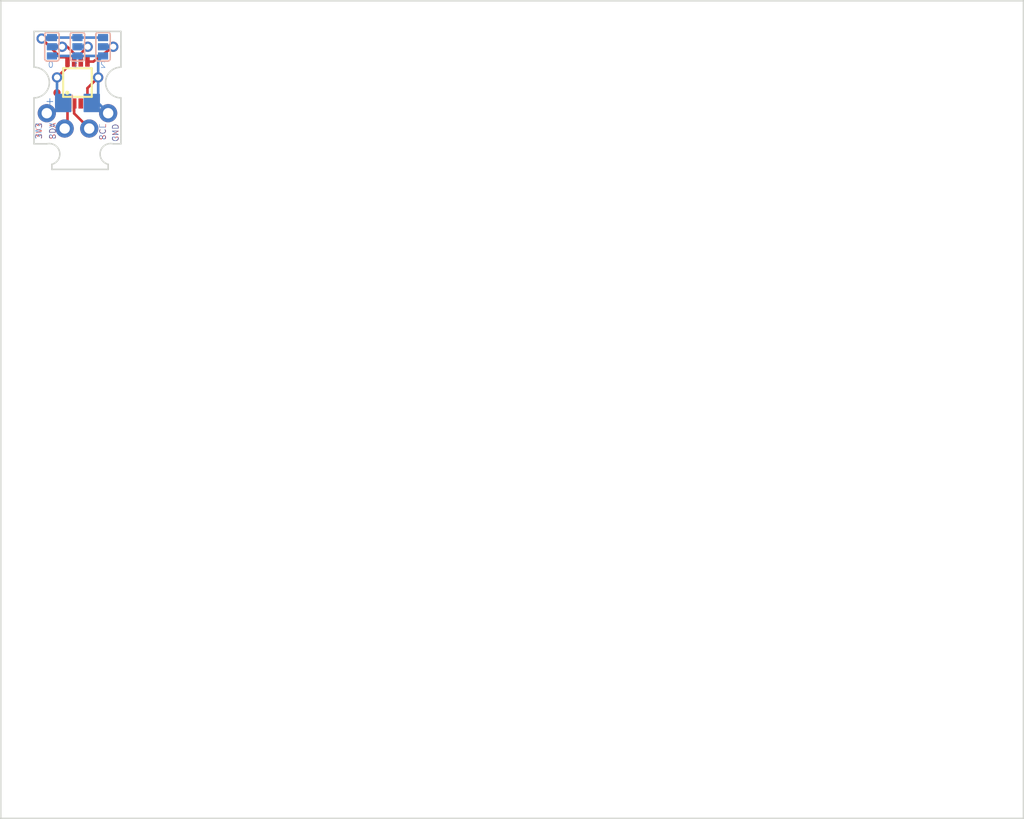
<source format=kicad_pcb>
(kicad_pcb (version 20171130) (host pcbnew 5.0.0-rc3+dfsg1-2)

  (general
    (thickness 1.6)
    (drawings 31)
    (tracks 45)
    (zones 0)
    (modules 9)
    (nets 9)
  )

  (page A4)
  (layers
    (0 Top signal)
    (31 Bottom signal)
    (32 B.Adhes user)
    (33 F.Adhes user)
    (34 B.Paste user)
    (35 F.Paste user)
    (36 B.SilkS user)
    (37 F.SilkS user)
    (38 B.Mask user)
    (39 F.Mask user)
    (40 Dwgs.User user)
    (41 Cmts.User user)
    (42 Eco1.User user)
    (43 Eco2.User user)
    (44 Edge.Cuts user)
    (45 Margin user)
    (46 B.CrtYd user)
    (47 F.CrtYd user)
    (48 B.Fab user)
    (49 F.Fab user)
  )

  (setup
    (last_trace_width 0.25)
    (trace_clearance 0.1524)
    (zone_clearance 0.508)
    (zone_45_only no)
    (trace_min 0.2)
    (segment_width 0.2)
    (edge_width 0.15)
    (via_size 0.8)
    (via_drill 0.4)
    (via_min_size 0.4)
    (via_min_drill 0.3)
    (uvia_size 0.3)
    (uvia_drill 0.1)
    (uvias_allowed no)
    (uvia_min_size 0.2)
    (uvia_min_drill 0.1)
    (pcb_text_width 0.3)
    (pcb_text_size 1.5 1.5)
    (mod_edge_width 0.15)
    (mod_text_size 1 1)
    (mod_text_width 0.15)
    (pad_size 1.524 1.524)
    (pad_drill 0.762)
    (pad_to_mask_clearance 0.2)
    (aux_axis_origin 0 0)
    (visible_elements FFFFFF7F)
    (pcbplotparams
      (layerselection 0x010fc_ffffffff)
      (usegerberextensions false)
      (usegerberattributes false)
      (usegerberadvancedattributes false)
      (creategerberjobfile false)
      (excludeedgelayer true)
      (linewidth 0.100000)
      (plotframeref false)
      (viasonmask false)
      (mode 1)
      (useauxorigin false)
      (hpglpennumber 1)
      (hpglpenspeed 20)
      (hpglpendiameter 15.000000)
      (psnegative false)
      (psa4output false)
      (plotreference true)
      (plotvalue true)
      (plotinvisibletext false)
      (padsonsilk false)
      (subtractmaskfromsilk false)
      (outputformat 1)
      (mirror false)
      (drillshape 1)
      (scaleselection 1)
      (outputdirectory ""))
  )

  (net 0 "")
  (net 1 "Net-(3V3-Pad1)")
  (net 2 "Net-(AJ0-PadCOM)")
  (net 3 "Net-(AJ1-PadCOM)")
  (net 4 "Net-(AJ2-PadCOM)")
  (net 5 "Net-(AJ0-Pad1)")
  (net 6 "Net-(TEMP1-Pad3)")
  (net 7 "Net-(SCK1-Pad1)")
  (net 8 "Net-(SDA1-Pad1)")

  (net_class Default "This is the default net class."
    (clearance 0.1524)
    (trace_width 0.25)
    (via_dia 0.8)
    (via_drill 0.4)
    (uvia_dia 0.3)
    (uvia_drill 0.1)
    (add_net "Net-(3V3-Pad1)")
    (add_net "Net-(AJ0-Pad1)")
    (add_net "Net-(AJ0-PadCOM)")
    (add_net "Net-(AJ1-PadCOM)")
    (add_net "Net-(AJ2-PadCOM)")
    (add_net "Net-(SCK1-Pad1)")
    (add_net "Net-(SDA1-Pad1)")
    (add_net "Net-(TEMP1-Pad3)")
  )

  (module i2ctemp:1X01-CLEANBIG (layer Top) (tedit 0) (tstamp 5BAB6F7D)
    (at 103.0011 76.0036)
    (path /5574B58427D53938)
    (fp_text reference 3V3 (at -1.3462 -1.8288) (layer F.SilkS) hide
      (effects (font (size 1.2065 1.2065) (thickness 0.127)) (justify left bottom))
    )
    (fp_text value PINHD-1X1CB (at -1.27 3.175) (layer F.Fab)
      (effects (font (size 1.2065 1.2065) (thickness 0.09652)) (justify left bottom))
    )
    (pad 1 thru_hole circle (at 0 0) (size 1.778 1.778) (drill 1.016) (layers *.Cu *.Mask)
      (net 1 "Net-(3V3-Pad1)") (solder_mask_margin 0.1524))
  )

  (module i2ctemp:SJ3_S (layer Bottom) (tedit 0) (tstamp 5BAB6F81)
    (at 103.5011 69.5036 90)
    (path /F21DC50766B57FE1)
    (fp_text reference AJ0 (at 0 0.9 90) (layer B.SilkS) hide
      (effects (font (size 0.57912 0.57912) (thickness 0.06096)) (justify bottom mirror))
    )
    (fp_text value SJ3S (at 0 0 180) (layer B.SilkS) hide
      (effects (font (size 0.019 0.019) (thickness 0.00152)) (justify right top mirror))
    )
    (fp_line (start -0.77 0) (end 0 0) (layer Dwgs.User) (width 0.127))
    (fp_line (start -1.1 0.7) (end 1.2 0.7) (layer B.SilkS) (width 0.1524))
    (fp_line (start -1.4 -0.5) (end -1.4 0.5) (layer B.SilkS) (width 0.1524))
    (fp_line (start 1.4 -0.5) (end 1.4 0.5) (layer B.SilkS) (width 0.1524))
    (fp_arc (start 1.2 -0.5) (end 1.2 -0.7) (angle 90) (layer B.SilkS) (width 0.1524))
    (fp_arc (start -1.15 -0.45) (end -1.4 -0.5) (angle 90) (layer B.SilkS) (width 0.1524))
    (fp_arc (start -1.15 0.45) (end -1.4 0.5) (angle -90) (layer B.SilkS) (width 0.1524))
    (fp_arc (start 1.2 0.5) (end 1.2 0.7) (angle -90) (layer B.SilkS) (width 0.1524))
    (fp_line (start 1.2 -0.7) (end -1.1 -0.7) (layer B.SilkS) (width 0.1524))
    (pad COM smd roundrect (at 0 0 270) (size 0.7 1) (layers Bottom B.Paste B.Mask) (roundrect_rratio 0.05)
      (net 2 "Net-(AJ0-PadCOM)") (solder_mask_margin 0.1524))
    (pad 2 smd roundrect (at 0.897 0 90) (size 0.7 1) (layers Bottom B.Paste B.Mask) (roundrect_rratio 0.05)
      (net 1 "Net-(3V3-Pad1)") (solder_mask_margin 0.1524))
    (pad 1 smd roundrect (at -0.897 0 90) (size 0.7 1) (layers Bottom B.Paste B.Mask) (roundrect_rratio 0.05)
      (net 5 "Net-(AJ0-Pad1)") (solder_mask_margin 0.1524))
  )

  (module i2ctemp:SJ3_S (layer Bottom) (tedit 0) (tstamp 5BAB6F90)
    (at 106.0011 69.5036 90)
    (path /FB9E71228A602B0A)
    (fp_text reference AJ1 (at 0 0.9 90) (layer B.SilkS) hide
      (effects (font (size 0.57912 0.57912) (thickness 0.06096)) (justify bottom mirror))
    )
    (fp_text value SJ3S (at 0 0 180) (layer B.SilkS) hide
      (effects (font (size 0.019 0.019) (thickness 0.00152)) (justify right top mirror))
    )
    (fp_line (start -0.77 0) (end 0 0) (layer Dwgs.User) (width 0.127))
    (fp_line (start -1.1 0.7) (end 1.2 0.7) (layer B.SilkS) (width 0.1524))
    (fp_line (start -1.4 -0.5) (end -1.4 0.5) (layer B.SilkS) (width 0.1524))
    (fp_line (start 1.4 -0.5) (end 1.4 0.5) (layer B.SilkS) (width 0.1524))
    (fp_arc (start 1.2 -0.5) (end 1.2 -0.7) (angle 90) (layer B.SilkS) (width 0.1524))
    (fp_arc (start -1.15 -0.45) (end -1.4 -0.5) (angle 90) (layer B.SilkS) (width 0.1524))
    (fp_arc (start -1.15 0.45) (end -1.4 0.5) (angle -90) (layer B.SilkS) (width 0.1524))
    (fp_arc (start 1.2 0.5) (end 1.2 0.7) (angle -90) (layer B.SilkS) (width 0.1524))
    (fp_line (start 1.2 -0.7) (end -1.1 -0.7) (layer B.SilkS) (width 0.1524))
    (pad COM smd roundrect (at 0 0 270) (size 0.7 1) (layers Bottom B.Paste B.Mask) (roundrect_rratio 0.05)
      (net 3 "Net-(AJ1-PadCOM)") (solder_mask_margin 0.1524))
    (pad 2 smd roundrect (at 0.897 0 90) (size 0.7 1) (layers Bottom B.Paste B.Mask) (roundrect_rratio 0.05)
      (net 1 "Net-(3V3-Pad1)") (solder_mask_margin 0.1524))
    (pad 1 smd roundrect (at -0.897 0 90) (size 0.7 1) (layers Bottom B.Paste B.Mask) (roundrect_rratio 0.05)
      (net 5 "Net-(AJ0-Pad1)") (solder_mask_margin 0.1524))
  )

  (module i2ctemp:SJ3_S (layer Bottom) (tedit 0) (tstamp 5BAB6F9F)
    (at 108.5011 69.5036 90)
    (path /E9EBF5EFD54FED7E)
    (fp_text reference AJ2 (at 0 0.9 90) (layer B.SilkS) hide
      (effects (font (size 0.57912 0.57912) (thickness 0.06096)) (justify bottom mirror))
    )
    (fp_text value SJ3S (at 0 0 180) (layer B.SilkS) hide
      (effects (font (size 0.019 0.019) (thickness 0.00152)) (justify right top mirror))
    )
    (fp_line (start -0.77 0) (end 0 0) (layer Dwgs.User) (width 0.127))
    (fp_line (start -1.1 0.7) (end 1.2 0.7) (layer B.SilkS) (width 0.1524))
    (fp_line (start -1.4 -0.5) (end -1.4 0.5) (layer B.SilkS) (width 0.1524))
    (fp_line (start 1.4 -0.5) (end 1.4 0.5) (layer B.SilkS) (width 0.1524))
    (fp_arc (start 1.2 -0.5) (end 1.2 -0.7) (angle 90) (layer B.SilkS) (width 0.1524))
    (fp_arc (start -1.15 -0.45) (end -1.4 -0.5) (angle 90) (layer B.SilkS) (width 0.1524))
    (fp_arc (start -1.15 0.45) (end -1.4 0.5) (angle -90) (layer B.SilkS) (width 0.1524))
    (fp_arc (start 1.2 0.5) (end 1.2 0.7) (angle -90) (layer B.SilkS) (width 0.1524))
    (fp_line (start 1.2 -0.7) (end -1.1 -0.7) (layer B.SilkS) (width 0.1524))
    (pad COM smd roundrect (at 0 0 270) (size 0.7 1) (layers Bottom B.Paste B.Mask) (roundrect_rratio 0.05)
      (net 4 "Net-(AJ2-PadCOM)") (solder_mask_margin 0.1524))
    (pad 2 smd roundrect (at 0.897 0 90) (size 0.7 1) (layers Bottom B.Paste B.Mask) (roundrect_rratio 0.05)
      (net 1 "Net-(3V3-Pad1)") (solder_mask_margin 0.1524))
    (pad 1 smd roundrect (at -0.897 0 90) (size 0.7 1) (layers Bottom B.Paste B.Mask) (roundrect_rratio 0.05)
      (net 5 "Net-(AJ0-Pad1)") (solder_mask_margin 0.1524))
  )

  (module i2ctemp:CP1206 (layer Bottom) (tedit 0) (tstamp 5BAB6FAE)
    (at 106.0011 75.0036 180)
    (path /D1B4F47F3BB99FBE)
    (fp_text reference C1 (at 0 1.27 180) (layer B.SilkS) hide
      (effects (font (size 1.2065 1.2065) (thickness 0.1016)) (justify bottom mirror))
    )
    (fp_text value CP1206 (at 0 -1.27) (layer B.Fab)
      (effects (font (size 1.2065 1.2065) (thickness 0.09652)) (justify left bottom mirror))
    )
    (fp_line (start 0.5 0.787) (end 0.5 -0.787) (layer B.SilkS) (width 0.127))
    (fp_poly (pts (xy -0.1999 -0.4001) (xy 0.1999 -0.4001) (xy 0.1999 0.4001) (xy -0.1999 0.4001)) (layer B.Adhes) (width 0))
    (fp_poly (pts (xy 0.9517 -0.8491) (xy 1.7018 -0.8491) (xy 1.7018 0.8509) (xy 0.9517 0.8509)) (layer B.Fab) (width 0))
    (fp_poly (pts (xy -1.7018 -0.8509) (xy -0.9517 -0.8509) (xy -0.9517 0.8491) (xy -1.7018 0.8491)) (layer B.Fab) (width 0))
    (fp_line (start -0.965 -0.787) (end 0.965 -0.787) (layer B.Fab) (width 0.1016))
    (fp_line (start -0.965 0.787) (end 0.965 0.787) (layer B.Fab) (width 0.1016))
    (fp_line (start 2.473 0.983) (end 2.473 -0.983) (layer Dwgs.User) (width 0.0508))
    (fp_line (start 2.473 -0.983) (end -2.473 -0.983) (layer Dwgs.User) (width 0.0508))
    (fp_line (start -2.473 0.983) (end 2.473 0.983) (layer Dwgs.User) (width 0.0508))
    (pad + smd roundrect (at 1.4 0 180) (size 1.6 1.8) (layers Bottom B.Paste B.Mask) (roundrect_rratio 0.03175)
      (net 1 "Net-(3V3-Pad1)") (solder_mask_margin 0.1524))
    (pad - smd roundrect (at -1.4 0 180) (size 1.6 1.8) (layers Bottom B.Paste B.Mask) (roundrect_rratio 0.03175)
      (net 5 "Net-(AJ0-Pad1)") (solder_mask_margin 0.1524))
  )

  (module i2ctemp:1X01-CLEANBIG (layer Top) (tedit 0) (tstamp 5BAB6FBC)
    (at 109.0011 76.0036)
    (path /D7793C978E097FD0)
    (fp_text reference GND1 (at -1.3462 -1.8288) (layer F.SilkS) hide
      (effects (font (size 1.2065 1.2065) (thickness 0.127)) (justify left bottom))
    )
    (fp_text value PINHD-1X1CB (at -1.27 3.175) (layer F.Fab)
      (effects (font (size 1.2065 1.2065) (thickness 0.09652)) (justify left bottom))
    )
    (pad 1 thru_hole circle (at 0 0) (size 1.778 1.778) (drill 1.016) (layers *.Cu *.Mask)
      (net 5 "Net-(AJ0-Pad1)") (solder_mask_margin 0.1524))
  )

  (module i2ctemp:1X01-CLEANBIG (layer Top) (tedit 0) (tstamp 5BAB6FC0)
    (at 107.1511 77.5036)
    (path /98900D85E471141)
    (fp_text reference SCK1 (at -1.3462 -1.8288) (layer F.SilkS) hide
      (effects (font (size 1.2065 1.2065) (thickness 0.127)) (justify left bottom))
    )
    (fp_text value PINHD-1X1CB (at -1.27 3.175) (layer F.Fab)
      (effects (font (size 1.2065 1.2065) (thickness 0.09652)) (justify left bottom))
    )
    (pad 1 thru_hole circle (at 0 0) (size 1.778 1.778) (drill 1.016) (layers *.Cu *.Mask)
      (net 7 "Net-(SCK1-Pad1)") (solder_mask_margin 0.1524))
  )

  (module i2ctemp:1X01-CLEANBIG (layer Top) (tedit 0) (tstamp 5BAB6FC4)
    (at 104.7511 77.5036)
    (path /3C396F0943CED1C)
    (fp_text reference SDA1 (at -1.3462 -1.8288) (layer F.SilkS) hide
      (effects (font (size 1.2065 1.2065) (thickness 0.127)) (justify left bottom))
    )
    (fp_text value PINHD-1X1CB (at -1.27 3.175) (layer F.Fab)
      (effects (font (size 1.2065 1.2065) (thickness 0.09652)) (justify left bottom))
    )
    (pad 1 thru_hole circle (at 0 0) (size 1.778 1.778) (drill 1.016) (layers *.Cu *.Mask)
      (net 8 "Net-(SDA1-Pad1)") (solder_mask_margin 0.1524))
  )

  (module i2ctemp:MSOP8 (layer Top) (tedit 0) (tstamp 5BAB6FC8)
    (at 106.0011 73.0036)
    (descr "<b>Micro Small Outline Package</b> Grid 0.65mm<p>\nSource: http://ww1.microchip.com/downloads/en/DeviceDoc/21796H.pdf")
    (path /375542F4EA91D6DB)
    (fp_text reference TEMP1 (at -1.905 1.905 90) (layer F.SilkS) hide
      (effects (font (size 0.9652 0.9652) (thickness 0.08128)) (justify left bottom))
    )
    (fp_text value MCP9808MSOP (at 2.54 1.905 90) (layer F.Fab) hide
      (effects (font (size 0.9652 0.9652) (thickness 0.08128)) (justify left bottom))
    )
    (fp_poly (pts (xy -0.725 -2.6) (xy -1.225 -2.6) (xy -1.225 -1.525) (xy -0.725 -1.525)) (layer F.Mask) (width 0))
    (fp_poly (pts (xy -0.075 -2.6) (xy -0.575 -2.6) (xy -0.575 -1.525) (xy -0.075 -1.525)) (layer F.Mask) (width 0))
    (fp_poly (pts (xy 0.575 -2.6) (xy 0.075 -2.6) (xy 0.075 -1.525) (xy 0.575 -1.525)) (layer F.Mask) (width 0))
    (fp_poly (pts (xy 1.225 -2.6) (xy 0.725 -2.6) (xy 0.725 -1.525) (xy 1.225 -1.525)) (layer F.Mask) (width 0))
    (fp_poly (pts (xy 0.725 2.6) (xy 1.225 2.6) (xy 1.225 1.525) (xy 0.725 1.525)) (layer F.Mask) (width 0))
    (fp_poly (pts (xy 0.075 2.6) (xy 0.575 2.6) (xy 0.575 1.525) (xy 0.075 1.525)) (layer F.Mask) (width 0))
    (fp_poly (pts (xy -0.575 2.6) (xy -0.075 2.6) (xy -0.075 1.525) (xy -0.575 1.525)) (layer F.Mask) (width 0))
    (fp_poly (pts (xy -1.225 2.6) (xy -0.725 2.6) (xy -0.725 1.525) (xy -1.225 1.525)) (layer F.Mask) (width 0))
    (fp_poly (pts (xy -1.1253 -1.5) (xy -0.8253 -1.5) (xy -0.8253 -2.45) (xy -1.1253 -2.45)) (layer F.Fab) (width 0))
    (fp_poly (pts (xy -0.4751 -1.5) (xy -0.1751 -1.5) (xy -0.1751 -2.45) (xy -0.4751 -2.45)) (layer F.Fab) (width 0))
    (fp_poly (pts (xy 0.1751 -1.5) (xy 0.4751 -1.5) (xy 0.4751 -2.45) (xy 0.1751 -2.45)) (layer F.Fab) (width 0))
    (fp_poly (pts (xy 0.8254 -1.5) (xy 1.1254 -1.5) (xy 1.1254 -2.45) (xy 0.8254 -2.45)) (layer F.Fab) (width 0))
    (fp_poly (pts (xy 0.8253 2.45) (xy 1.1253 2.45) (xy 1.1253 1.5) (xy 0.8253 1.5)) (layer F.Fab) (width 0))
    (fp_poly (pts (xy 0.1751 2.45) (xy 0.4751 2.45) (xy 0.4751 1.5) (xy 0.1751 1.5)) (layer F.Fab) (width 0))
    (fp_poly (pts (xy -0.4751 2.45) (xy -0.1751 2.45) (xy -0.1751 1.5) (xy -0.4751 1.5)) (layer F.Fab) (width 0))
    (fp_poly (pts (xy -1.1254 2.45) (xy -0.8254 2.45) (xy -0.8254 1.5) (xy -1.1254 1.5)) (layer F.Fab) (width 0))
    (fp_circle (center -1 1) (end -0.8 1) (layer F.SilkS) (width 0))
    (fp_line (start -1.4 1.4) (end -1.4 -1.4) (layer F.SilkS) (width 0.2032))
    (fp_line (start 1.4 1.4) (end -1.4 1.4) (layer F.SilkS) (width 0.2032))
    (fp_line (start 1.4 -1.4) (end 1.4 1.4) (layer F.SilkS) (width 0.2032))
    (fp_line (start -1.4 -1.4) (end 1.4 -1.4) (layer F.SilkS) (width 0.2032))
    (pad 8 smd roundrect (at -0.975 -2.05) (size 0.45 1) (layers Top F.Paste F.Mask) (roundrect_rratio 0.05)
      (net 1 "Net-(3V3-Pad1)") (solder_mask_margin 0.1524))
    (pad 7 smd roundrect (at -0.325 -2.05) (size 0.45 1) (layers Top F.Paste F.Mask) (roundrect_rratio 0.05)
      (net 2 "Net-(AJ0-PadCOM)") (solder_mask_margin 0.1524))
    (pad 6 smd roundrect (at 0.325 -2.05) (size 0.45 1) (layers Top F.Paste F.Mask) (roundrect_rratio 0.05)
      (net 3 "Net-(AJ1-PadCOM)") (solder_mask_margin 0.1524))
    (pad 5 smd roundrect (at 0.975 -2.05) (size 0.45 1) (layers Top F.Paste F.Mask) (roundrect_rratio 0.05)
      (net 4 "Net-(AJ2-PadCOM)") (solder_mask_margin 0.1524))
    (pad 4 smd roundrect (at 0.975 2.05) (size 0.45 1) (layers Top F.Paste F.Mask) (roundrect_rratio 0.05)
      (net 5 "Net-(AJ0-Pad1)") (solder_mask_margin 0.1524))
    (pad 3 smd roundrect (at 0.325 2.05) (size 0.45 1) (layers Top F.Paste F.Mask) (roundrect_rratio 0.05)
      (net 6 "Net-(TEMP1-Pad3)") (solder_mask_margin 0.1524))
    (pad 2 smd roundrect (at -0.325 2.05) (size 0.45 1) (layers Top F.Paste F.Mask) (roundrect_rratio 0.05)
      (net 7 "Net-(SCK1-Pad1)") (solder_mask_margin 0.1524))
    (pad 1 smd roundrect (at -0.975 2.05) (size 0.45 1) (layers Top F.Paste F.Mask) (roundrect_rratio 0.05)
      (net 8 "Net-(SDA1-Pad1)") (solder_mask_margin 0.1524))
  )

  (gr_line (start 98.5011 145.0036) (end 198.5011 145.0036) (layer Edge.Cuts) (width 0.15) (tstamp 5617C44ACC10))
  (gr_line (start 198.5011 145.0036) (end 198.5011 65.0036) (layer Edge.Cuts) (width 0.15) (tstamp 5617C44AD020))
  (gr_line (start 198.5011 65.0036) (end 98.5011 65.0036) (layer Edge.Cuts) (width 0.15) (tstamp 5617C365D650))
  (gr_line (start 98.5011 65.0036) (end 98.5011 145.0036) (layer Edge.Cuts) (width 0.15) (tstamp 5617C3093A00))
  (gr_line (start 101.7511 68.0036) (end 110.2511 68.0036) (layer Edge.Cuts) (width 0.15) (tstamp 5617C3093E00))
  (gr_line (start 110.2511 68.0036) (end 110.2511 71.5036) (layer Edge.Cuts) (width 0.15) (tstamp 5617BFBD3EB0))
  (gr_line (start 110.2511 74.5036) (end 110.2511 79.0036) (layer Edge.Cuts) (width 0.15) (tstamp 5617C0091140))
  (gr_line (start 110.2511 79.0036) (end 109.5011 79.0036) (layer Edge.Cuts) (width 0.15) (tstamp 5617C00915C0))
  (gr_line (start 103.0011 79.0036) (end 101.7511 79.0036) (layer Edge.Cuts) (width 0.15) (tstamp 5617C318EDE0))
  (gr_line (start 101.7511 79.0036) (end 101.7511 74.5036) (layer Edge.Cuts) (width 0.15) (tstamp 5617C2FB6B60))
  (gr_text + (at 103.3011 74.8036) (layer Bottom) (tstamp 5617C33DF590)
    (effects (font (size 0.77216 0.77216) (thickness 0.065024)))
  )
  (gr_text GND (at 110.0011 77.0036 -90) (layer Bottom) (tstamp 5617C33DFAE0)
    (effects (font (size 0.57912 0.57912) (thickness 0.048768)) (justify right top mirror))
  )
  (gr_text 3V3 (at 102.5011 76.9036 -90) (layer Bottom) (tstamp 5617C3D83990)
    (effects (font (size 0.57912 0.57912) (thickness 0.048768)) (justify right top mirror))
  )
  (gr_text SDA (at 103.8511 76.9036 -90) (layer Bottom) (tstamp 5617C1FA0CB0)
    (effects (font (size 0.57912 0.57912) (thickness 0.048768)) (justify right top mirror))
  )
  (gr_text SCL (at 108.7511 77.0036 -90) (layer Bottom) (tstamp 5617C3162280)
    (effects (font (size 0.57912 0.57912) (thickness 0.048768)) (justify right top mirror))
  )
  (gr_text 3V3 (at 101.9011 76.9036 90) (layer Top) (tstamp 5617C33BEE40)
    (effects (font (size 0.57912 0.57912) (thickness 0.048768)) (justify right top))
  )
  (gr_text SDA (at 103.2511 76.9036 90) (layer Top) (tstamp 5617C4B7E9D0)
    (effects (font (size 0.57912 0.57912) (thickness 0.048768)) (justify right top))
  )
  (gr_text SCL (at 108.1511 77.0036 90) (layer Top) (tstamp 5617C01AE250)
    (effects (font (size 0.57912 0.57912) (thickness 0.048768)) (justify right top))
  )
  (gr_text GND (at 109.4011 77.0036 90) (layer Top) (tstamp 5617C4836EC0)
    (effects (font (size 0.57912 0.57912) (thickness 0.048768)) (justify right top))
  )
  (gr_text 0 (at 103.7011 71.6036) (layer Bottom) (tstamp 5617C4837440)
    (effects (font (size 0.57912 0.57912) (thickness 0.048768)) (justify left bottom mirror))
  )
  (gr_text 1 (at 106.1011 71.6036) (layer Bottom) (tstamp 5617C2F89A50)
    (effects (font (size 0.57912 0.57912) (thickness 0.048768)) (justify left bottom mirror))
  )
  (gr_text 2 (at 108.8011 71.6036) (layer Bottom) (tstamp 5617C44659F0)
    (effects (font (size 0.57912 0.57912) (thickness 0.048768)) (justify left bottom mirror))
  )
  (gr_line (start 101.7511 71.5036) (end 101.7511 68.0036) (layer Edge.Cuts) (width 0.15) (tstamp 5617BFC826B0))
  (gr_arc (start 101.7511 73.0036) (end 101.7511 71.5036) (angle 180) (layer Edge.Cuts) (width 0.15) (tstamp 5617BFDB2160))
  (gr_arc (start 110.2511 73.0036) (end 110.2511 74.5036) (angle 180) (layer Edge.Cuts) (width 0.15) (tstamp 5617C34B0A30))
  (gr_circle (center 104.0011 74.0036) (end 104.1011 74.0036) (layer Top) (width 0.254) (tstamp 5617C438B960))
  (gr_arc (start 103.2511 80.0036) (end 103.0011 79.0036) (angle 180) (layer Edge.Cuts) (width 0.15) (tstamp 5617C438BD90))
  (gr_arc (start 109.2511 80.0036) (end 109.0011 81.0036) (angle 180) (layer Edge.Cuts) (width 0.15) (tstamp 5617C3058B30))
  (gr_line (start 103.5011 81.0036) (end 103.5011 81.5036) (layer Edge.Cuts) (width 0.15) (tstamp 5617C1A31850))
  (gr_line (start 103.5011 81.5036) (end 109.0011 81.5036) (layer Edge.Cuts) (width 0.15) (tstamp 5617C1A31C90))
  (gr_line (start 109.0011 81.5036) (end 109.0011 81.0036) (layer Edge.Cuts) (width 0.15) (tstamp 5617C008C8D0))

  (segment (start 103.5011 68.6066) (end 106.0011 68.6066) (width 0.254) (layer Bottom) (net 1) (tstamp 5617C4087220))
  (segment (start 106.0011 68.6066) (end 108.5011 68.6066) (width 0.254) (layer Bottom) (net 1) (tstamp 5617C4087700))
  (segment (start 105.0261 70.9536) (end 105.0261 71.4786) (width 0.254) (layer Top) (net 1) (tstamp 5617C503C1C0))
  (segment (start 105.0261 71.4786) (end 104.0011 72.5036) (width 0.254) (layer Top) (net 1) (tstamp 5617C503C670))
  (via (at 104.0011 72.5036) (size 1.0064) (drill 0.6) (layers Top Bottom) (net 1) (tstamp 5617C501ED20))
  (segment (start 104.0011 72.5036) (end 104.0011 74.4036) (width 0.254) (layer Bottom) (net 1) (tstamp 5617C501F050))
  (segment (start 104.0011 74.4036) (end 104.6011 75.0036) (width 0.254) (layer Bottom) (net 1) (tstamp 5617C4F57AA0))
  (segment (start 105.0261 70.9536) (end 105.0261 70.5286) (width 0.254) (layer Top) (net 1) (tstamp 5617C4F57EE0))
  (via (at 102.5011 68.7036) (size 1.0064) (drill 0.6) (layers Top Bottom) (net 1) (tstamp 5617C43E2200))
  (segment (start 103.0011 76.0036) (end 103.6011 76.0036) (width 0.254) (layer Bottom) (net 1) (tstamp 5617C43E2480))
  (segment (start 103.6011 76.0036) (end 104.6011 75.0036) (width 0.254) (layer Bottom) (net 1) (tstamp 5617C43E28D0))
  (segment (start 103.5011 68.6066) (end 102.5981 68.6066) (width 0.254) (layer Bottom) (net 1) (tstamp 5617C39988C0))
  (segment (start 102.5981 68.6066) (end 102.5011 68.7036) (width 0.254) (layer Bottom) (net 1) (tstamp 5617C3998D30))
  (segment (start 105.0261 70.5286) (end 104.3261 70.5286) (width 0.254) (layer Top) (net 1) (tstamp 5617C39991C0))
  (segment (start 104.3261 70.5286) (end 102.5011 68.7036) (width 0.254) (layer Top) (net 1) (tstamp 5617C5128340))
  (segment (start 105.0261 75.0536) (end 105.0261 77.2286) (width 0.254) (layer Top) (net 8) (tstamp 5617C3009740))
  (segment (start 105.0261 77.2286) (end 104.7511 77.5036) (width 0.254) (layer Top) (net 8) (tstamp 5617C3009C20))
  (segment (start 105.6761 75.0536) (end 105.6761 76.0286) (width 0.254) (layer Top) (net 7) (tstamp 5617C00A4CD0))
  (segment (start 105.6761 76.0286) (end 107.1511 77.5036) (width 0.254) (layer Top) (net 7) (tstamp 5617C321F990))
  (via (at 104.5011 69.5036) (size 1.0064) (drill 0.6) (layers Top Bottom) (net 2) (tstamp 5617C32EA3A0))
  (segment (start 104.5011 69.5036) (end 103.5011 69.5036) (width 0.254) (layer Bottom) (net 2) (tstamp 5617C32EA700))
  (segment (start 105.6761 70.9536) (end 105.6761 70.1786) (width 0.254) (layer Top) (net 2) (tstamp 5617C32EAB90))
  (segment (start 105.6761 70.1786) (end 105.0011 69.5036) (width 0.254) (layer Top) (net 2) (tstamp 5617C34D6600))
  (segment (start 105.0011 69.5036) (end 104.5011 69.5036) (width 0.254) (layer Top) (net 2) (tstamp 5617C34D6A90))
  (via (at 107.0011 69.5036) (size 1.0064) (drill 0.6) (layers Top Bottom) (net 3) (tstamp 5617C2D648B0))
  (segment (start 107.0011 69.5036) (end 106.0011 69.5036) (width 0.254) (layer Bottom) (net 3) (tstamp 5617C2D64C10))
  (segment (start 106.3261 70.9536) (end 106.3261 70.1786) (width 0.254) (layer Top) (net 3) (tstamp 5617C339C580))
  (segment (start 106.3261 70.1786) (end 107.0011 69.5036) (width 0.254) (layer Top) (net 3) (tstamp 5617C339CA30))
  (segment (start 106.9761 70.9536) (end 107.5511 70.9536) (width 0.254) (layer Top) (net 4) (tstamp 5617C2D62CE0))
  (segment (start 107.5511 70.9536) (end 109.5011 69.5036) (width 0.254) (layer Top) (net 4) (tstamp 5617C2D631B0))
  (via (at 109.5011 69.5036) (size 1.0064) (drill 0.6) (layers Top Bottom) (net 4) (tstamp 5617C31237E0))
  (segment (start 109.5011 69.5036) (end 108.5011 69.5036) (width 0.254) (layer Bottom) (net 4) (tstamp 5617C3123AE0))
  (segment (start 108.0261 75.0901) (end 107.4546 75.0901) (width 0.254) (layer Bottom) (net 5) (tstamp 5617C32E9D80))
  (segment (start 107.4546 75.0901) (end 107.4011 75.0036) (width 0.254) (layer Bottom) (net 5) (tstamp 5617C2D19C90))
  (segment (start 103.5011 70.4006) (end 106.0011 70.4006) (width 0.254) (layer Bottom) (net 5) (tstamp 5617C2D1A110))
  (segment (start 106.0011 70.4006) (end 108.5011 70.4006) (width 0.254) (layer Bottom) (net 5) (tstamp 5617C33A8160))
  (segment (start 108.0261 70.8756) (end 108.0261 72.5036) (width 0.254) (layer Bottom) (net 5) (tstamp 5617C33A85B0))
  (segment (start 108.0261 72.5036) (end 108.0261 75.0036) (width 0.254) (layer Bottom) (net 5) (tstamp 5617C33A8A60))
  (segment (start 108.0261 75.0036) (end 108.0261 75.0901) (width 0.254) (layer Bottom) (net 5) (tstamp 5617C398B150))
  (segment (start 106.9761 75.0536) (end 106.9761 73.5536) (width 0.254) (layer Top) (net 5) (tstamp 5617C398B5E0))
  (segment (start 106.9761 73.5536) (end 108.0261 72.5036) (width 0.254) (layer Top) (net 5) (tstamp 5617BE261600))
  (via (at 108.0261 72.5036) (size 1.0064) (drill 0.6) (layers Top Bottom) (net 5) (tstamp 5617BE261AA0))
  (segment (start 109.0011 76.0036) (end 109.0011 75.9786) (width 0.254) (layer Bottom) (net 5) (tstamp 5617BE261DC0))
  (segment (start 109.0011 75.9786) (end 108.0261 75.0036) (width 0.254) (layer Bottom) (net 5) (tstamp 5617C2FD1070))
  (segment (start 108.0261 70.8756) (end 108.5011 70.4006) (width 0.254) (layer Bottom) (net 5) (tstamp 5617C2FD1500))

  (zone (net 5) (net_name "Net-(AJ0-Pad1)") (layer Bottom) (tstamp 5617C2B368B0) (hatch edge 0.508)
    (priority 6)
    (connect_pads (clearance 0))
    (min_thickness 0.254)
    (fill (arc_segments 32) (thermal_gap 0.304) (thermal_bridge_width 0.304))
    (polygon
      (pts
        (xy 101.8011 68.0036) (xy 110.2011 68.0036) (xy 110.2011 71.5036) (xy 109.917258 71.521707) (xy 109.642403 71.594841)
        (xy 109.387097 71.720191) (xy 109.161151 71.89294) (xy 108.973248 72.10645) (xy 108.830609 72.352515) (xy 108.7011 72.9036)
        (xy 108.715966 73.173514) (xy 108.777475 73.436747) (xy 108.883761 73.685299) (xy 109.031592 73.911619) (xy 109.216477 74.10883)
        (xy 109.432799 74.270939) (xy 109.673984 74.393023) (xy 109.932705 74.47137) (xy 110.2011 74.5036) (xy 110.2011 79.0036)
        (xy 109.5011 79.0036) (xy 109.252433 78.978846) (xy 109.003716 79.00308) (xy 108.764505 79.07537) (xy 108.543993 79.19294)
        (xy 108.350656 79.35127) (xy 108.191921 79.544276) (xy 108.0011 80.0036) (xy 108.026172 80.226121) (xy 108.100131 80.437484)
        (xy 108.219269 80.62709) (xy 108.37761 80.785431) (xy 108.567216 80.904569) (xy 109.0011 81.0036) (xy 109.0011 81.5036)
        (xy 103.5011 81.5036) (xy 103.5011 81.0036) (xy 103.723621 80.978528) (xy 103.934984 80.904569) (xy 104.12459 80.785431)
        (xy 104.282931 80.62709) (xy 104.402069 80.437484) (xy 104.5011 80.0036) (xy 104.476028 79.781079) (xy 104.402069 79.569716)
        (xy 104.282931 79.38011) (xy 104.12459 79.221769) (xy 103.934984 79.102631) (xy 103.5011 79.0036) (xy 101.8011 79.0036)
        (xy 101.8011 74.5036) (xy 102.061572 74.480812) (xy 102.31413 74.413139) (xy 102.5511 74.302638) (xy 102.765281 74.152667)
        (xy 102.950167 73.967781) (xy 103.100138 73.7536) (xy 103.210639 73.51663) (xy 103.3011 73.0036) (xy 103.278312 72.743128)
        (xy 103.210639 72.49057) (xy 103.100138 72.2536) (xy 102.950167 72.039419) (xy 102.765281 71.854533) (xy 102.5511 71.704562)
        (xy 102.31413 71.594061) (xy 102.061572 71.526388) (xy 101.8011 71.5036)
      )
    )
  )
)

</source>
